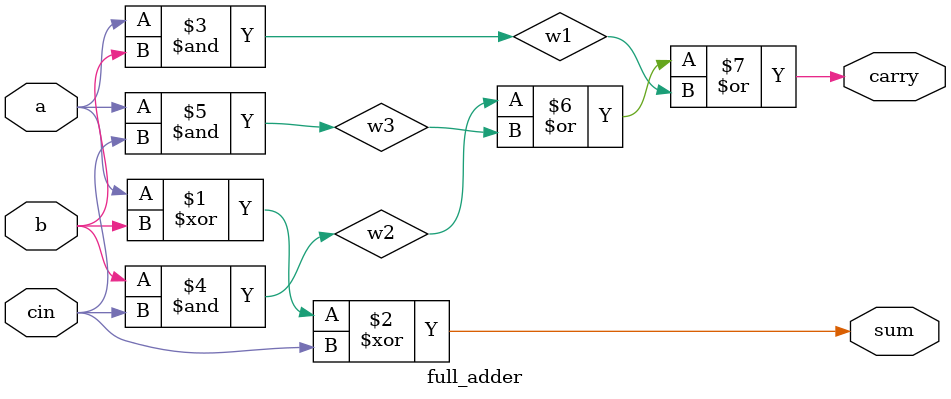
<source format=v>
/*14.1-Bit Full Adder Using Gates
Write structural code using xor, and, or gates for a full adder.*/
module full_adder(
input a,b,cin,
output sum,carry);
wire w1,w2,w3;
//sum
xor g1(sum,a,b,cin);
//carry
and g2(w1,a,b);
and g3(w2,b,cin);
and g4(w3,a,cin);
or g5(carry,w2,w3,w1);
endmodule


</source>
